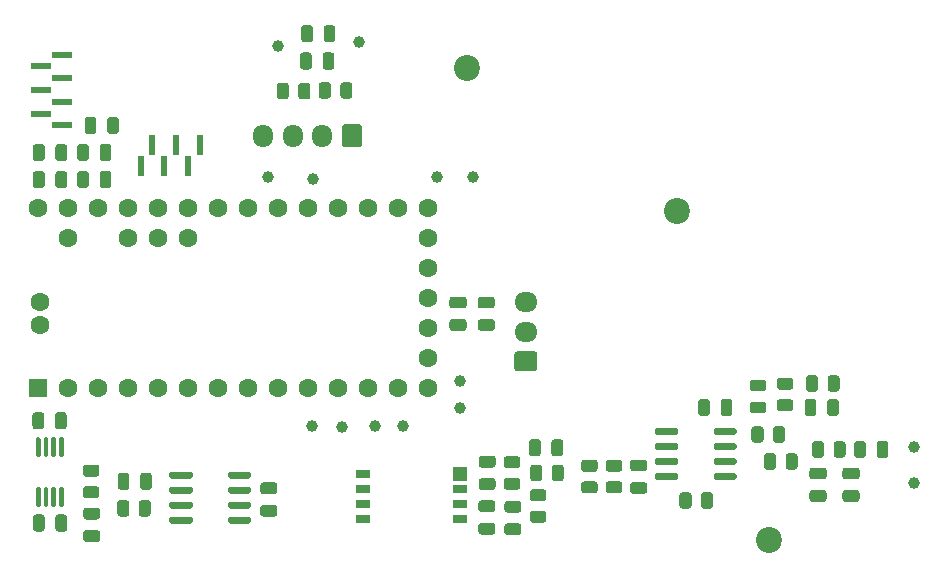
<source format=gbr>
%TF.GenerationSoftware,KiCad,Pcbnew,(5.1.10)-1*%
%TF.CreationDate,2022-10-29T14:49:15-06:00*%
%TF.ProjectId,MainBoard,4d61696e-426f-4617-9264-2e6b69636164,rev?*%
%TF.SameCoordinates,Original*%
%TF.FileFunction,Soldermask,Top*%
%TF.FilePolarity,Negative*%
%FSLAX46Y46*%
G04 Gerber Fmt 4.6, Leading zero omitted, Abs format (unit mm)*
G04 Created by KiCad (PCBNEW (5.1.10)-1) date 2022-10-29 14:49:15*
%MOMM*%
%LPD*%
G01*
G04 APERTURE LIST*
%ADD10C,2.200000*%
%ADD11R,1.750000X0.600000*%
%ADD12O,1.950000X1.700000*%
%ADD13O,1.700000X1.950000*%
%ADD14R,0.600000X1.750000*%
%ADD15C,1.000000*%
%ADD16C,1.600000*%
%ADD17R,1.600000X1.600000*%
%ADD18R,1.200000X1.200000*%
%ADD19R,1.200000X0.800001*%
G04 APERTURE END LIST*
D10*
%TO.C,REF\u002A\u002A*%
X91389200Y-70104000D03*
%TD*%
%TO.C,REF\u002A\u002A*%
X83540600Y-42316400D03*
%TD*%
%TO.C,REF\u002A\u002A*%
X65760600Y-30149800D03*
%TD*%
%TO.C,U6*%
G36*
G01*
X45543600Y-64793000D02*
X45543600Y-64493000D01*
G75*
G02*
X45693600Y-64343000I150000J0D01*
G01*
X47343600Y-64343000D01*
G75*
G02*
X47493600Y-64493000I0J-150000D01*
G01*
X47493600Y-64793000D01*
G75*
G02*
X47343600Y-64943000I-150000J0D01*
G01*
X45693600Y-64943000D01*
G75*
G02*
X45543600Y-64793000I0J150000D01*
G01*
G37*
G36*
G01*
X45543600Y-66063000D02*
X45543600Y-65763000D01*
G75*
G02*
X45693600Y-65613000I150000J0D01*
G01*
X47343600Y-65613000D01*
G75*
G02*
X47493600Y-65763000I0J-150000D01*
G01*
X47493600Y-66063000D01*
G75*
G02*
X47343600Y-66213000I-150000J0D01*
G01*
X45693600Y-66213000D01*
G75*
G02*
X45543600Y-66063000I0J150000D01*
G01*
G37*
G36*
G01*
X45543600Y-67333000D02*
X45543600Y-67033000D01*
G75*
G02*
X45693600Y-66883000I150000J0D01*
G01*
X47343600Y-66883000D01*
G75*
G02*
X47493600Y-67033000I0J-150000D01*
G01*
X47493600Y-67333000D01*
G75*
G02*
X47343600Y-67483000I-150000J0D01*
G01*
X45693600Y-67483000D01*
G75*
G02*
X45543600Y-67333000I0J150000D01*
G01*
G37*
G36*
G01*
X45543600Y-68603000D02*
X45543600Y-68303000D01*
G75*
G02*
X45693600Y-68153000I150000J0D01*
G01*
X47343600Y-68153000D01*
G75*
G02*
X47493600Y-68303000I0J-150000D01*
G01*
X47493600Y-68603000D01*
G75*
G02*
X47343600Y-68753000I-150000J0D01*
G01*
X45693600Y-68753000D01*
G75*
G02*
X45543600Y-68603000I0J150000D01*
G01*
G37*
G36*
G01*
X40593600Y-68603000D02*
X40593600Y-68303000D01*
G75*
G02*
X40743600Y-68153000I150000J0D01*
G01*
X42393600Y-68153000D01*
G75*
G02*
X42543600Y-68303000I0J-150000D01*
G01*
X42543600Y-68603000D01*
G75*
G02*
X42393600Y-68753000I-150000J0D01*
G01*
X40743600Y-68753000D01*
G75*
G02*
X40593600Y-68603000I0J150000D01*
G01*
G37*
G36*
G01*
X40593600Y-67333000D02*
X40593600Y-67033000D01*
G75*
G02*
X40743600Y-66883000I150000J0D01*
G01*
X42393600Y-66883000D01*
G75*
G02*
X42543600Y-67033000I0J-150000D01*
G01*
X42543600Y-67333000D01*
G75*
G02*
X42393600Y-67483000I-150000J0D01*
G01*
X40743600Y-67483000D01*
G75*
G02*
X40593600Y-67333000I0J150000D01*
G01*
G37*
G36*
G01*
X40593600Y-66063000D02*
X40593600Y-65763000D01*
G75*
G02*
X40743600Y-65613000I150000J0D01*
G01*
X42393600Y-65613000D01*
G75*
G02*
X42543600Y-65763000I0J-150000D01*
G01*
X42543600Y-66063000D01*
G75*
G02*
X42393600Y-66213000I-150000J0D01*
G01*
X40743600Y-66213000D01*
G75*
G02*
X40593600Y-66063000I0J150000D01*
G01*
G37*
G36*
G01*
X40593600Y-64793000D02*
X40593600Y-64493000D01*
G75*
G02*
X40743600Y-64343000I150000J0D01*
G01*
X42393600Y-64343000D01*
G75*
G02*
X42543600Y-64493000I0J-150000D01*
G01*
X42543600Y-64793000D01*
G75*
G02*
X42393600Y-64943000I-150000J0D01*
G01*
X40743600Y-64943000D01*
G75*
G02*
X40593600Y-64793000I0J150000D01*
G01*
G37*
%TD*%
%TO.C,C9*%
G36*
G01*
X97823000Y-65916000D02*
X98773000Y-65916000D01*
G75*
G02*
X99023000Y-66166000I0J-250000D01*
G01*
X99023000Y-66666000D01*
G75*
G02*
X98773000Y-66916000I-250000J0D01*
G01*
X97823000Y-66916000D01*
G75*
G02*
X97573000Y-66666000I0J250000D01*
G01*
X97573000Y-66166000D01*
G75*
G02*
X97823000Y-65916000I250000J0D01*
G01*
G37*
G36*
G01*
X97823000Y-64016000D02*
X98773000Y-64016000D01*
G75*
G02*
X99023000Y-64266000I0J-250000D01*
G01*
X99023000Y-64766000D01*
G75*
G02*
X98773000Y-65016000I-250000J0D01*
G01*
X97823000Y-65016000D01*
G75*
G02*
X97573000Y-64766000I0J250000D01*
G01*
X97573000Y-64266000D01*
G75*
G02*
X97823000Y-64016000I250000J0D01*
G01*
G37*
%TD*%
%TO.C,R5*%
G36*
G01*
X84793500Y-66351999D02*
X84793500Y-67252001D01*
G75*
G02*
X84543501Y-67502000I-249999J0D01*
G01*
X84018499Y-67502000D01*
G75*
G02*
X83768500Y-67252001I0J249999D01*
G01*
X83768500Y-66351999D01*
G75*
G02*
X84018499Y-66102000I249999J0D01*
G01*
X84543501Y-66102000D01*
G75*
G02*
X84793500Y-66351999I0J-249999D01*
G01*
G37*
G36*
G01*
X86618500Y-66351999D02*
X86618500Y-67252001D01*
G75*
G02*
X86368501Y-67502000I-249999J0D01*
G01*
X85843499Y-67502000D01*
G75*
G02*
X85593500Y-67252001I0J249999D01*
G01*
X85593500Y-66351999D01*
G75*
G02*
X85843499Y-66102000I249999J0D01*
G01*
X86368501Y-66102000D01*
G75*
G02*
X86618500Y-66351999I0J-249999D01*
G01*
G37*
%TD*%
%TO.C,R7*%
G36*
G01*
X91689500Y-61664001D02*
X91689500Y-60763999D01*
G75*
G02*
X91939499Y-60514000I249999J0D01*
G01*
X92464501Y-60514000D01*
G75*
G02*
X92714500Y-60763999I0J-249999D01*
G01*
X92714500Y-61664001D01*
G75*
G02*
X92464501Y-61914000I-249999J0D01*
G01*
X91939499Y-61914000D01*
G75*
G02*
X91689500Y-61664001I0J249999D01*
G01*
G37*
G36*
G01*
X89864500Y-61664001D02*
X89864500Y-60763999D01*
G75*
G02*
X90114499Y-60514000I249999J0D01*
G01*
X90639501Y-60514000D01*
G75*
G02*
X90889500Y-60763999I0J-249999D01*
G01*
X90889500Y-61664001D01*
G75*
G02*
X90639501Y-61914000I-249999J0D01*
G01*
X90114499Y-61914000D01*
G75*
G02*
X89864500Y-61664001I0J249999D01*
G01*
G37*
%TD*%
%TO.C,C16*%
G36*
G01*
X70147200Y-67835400D02*
X69197200Y-67835400D01*
G75*
G02*
X68947200Y-67585400I0J250000D01*
G01*
X68947200Y-67085400D01*
G75*
G02*
X69197200Y-66835400I250000J0D01*
G01*
X70147200Y-66835400D01*
G75*
G02*
X70397200Y-67085400I0J-250000D01*
G01*
X70397200Y-67585400D01*
G75*
G02*
X70147200Y-67835400I-250000J0D01*
G01*
G37*
G36*
G01*
X70147200Y-69735400D02*
X69197200Y-69735400D01*
G75*
G02*
X68947200Y-69485400I0J250000D01*
G01*
X68947200Y-68985400D01*
G75*
G02*
X69197200Y-68735400I250000J0D01*
G01*
X70147200Y-68735400D01*
G75*
G02*
X70397200Y-68985400I0J-250000D01*
G01*
X70397200Y-69485400D01*
G75*
G02*
X70147200Y-69735400I-250000J0D01*
G01*
G37*
%TD*%
%TO.C,C6*%
G36*
G01*
X33774000Y-39149000D02*
X33774000Y-40099000D01*
G75*
G02*
X33524000Y-40349000I-250000J0D01*
G01*
X33024000Y-40349000D01*
G75*
G02*
X32774000Y-40099000I0J250000D01*
G01*
X32774000Y-39149000D01*
G75*
G02*
X33024000Y-38899000I250000J0D01*
G01*
X33524000Y-38899000D01*
G75*
G02*
X33774000Y-39149000I0J-250000D01*
G01*
G37*
G36*
G01*
X35674000Y-39149000D02*
X35674000Y-40099000D01*
G75*
G02*
X35424000Y-40349000I-250000J0D01*
G01*
X34924000Y-40349000D01*
G75*
G02*
X34674000Y-40099000I0J250000D01*
G01*
X34674000Y-39149000D01*
G75*
G02*
X34924000Y-38899000I250000J0D01*
G01*
X35424000Y-38899000D01*
G75*
G02*
X35674000Y-39149000I0J-250000D01*
G01*
G37*
%TD*%
%TO.C,C11*%
G36*
G01*
X95029000Y-65916000D02*
X95979000Y-65916000D01*
G75*
G02*
X96229000Y-66166000I0J-250000D01*
G01*
X96229000Y-66666000D01*
G75*
G02*
X95979000Y-66916000I-250000J0D01*
G01*
X95029000Y-66916000D01*
G75*
G02*
X94779000Y-66666000I0J250000D01*
G01*
X94779000Y-66166000D01*
G75*
G02*
X95029000Y-65916000I250000J0D01*
G01*
G37*
G36*
G01*
X95029000Y-64016000D02*
X95979000Y-64016000D01*
G75*
G02*
X96229000Y-64266000I0J-250000D01*
G01*
X96229000Y-64766000D01*
G75*
G02*
X95979000Y-65016000I-250000J0D01*
G01*
X95029000Y-65016000D01*
G75*
G02*
X94779000Y-64766000I0J250000D01*
G01*
X94779000Y-64266000D01*
G75*
G02*
X95029000Y-64016000I250000J0D01*
G01*
G37*
%TD*%
%TO.C,C2*%
G36*
G01*
X34414000Y-34577000D02*
X34414000Y-35527000D01*
G75*
G02*
X34164000Y-35777000I-250000J0D01*
G01*
X33664000Y-35777000D01*
G75*
G02*
X33414000Y-35527000I0J250000D01*
G01*
X33414000Y-34577000D01*
G75*
G02*
X33664000Y-34327000I250000J0D01*
G01*
X34164000Y-34327000D01*
G75*
G02*
X34414000Y-34577000I0J-250000D01*
G01*
G37*
G36*
G01*
X36314000Y-34577000D02*
X36314000Y-35527000D01*
G75*
G02*
X36064000Y-35777000I-250000J0D01*
G01*
X35564000Y-35777000D01*
G75*
G02*
X35314000Y-35527000I0J250000D01*
G01*
X35314000Y-34577000D01*
G75*
G02*
X35564000Y-34327000I250000J0D01*
G01*
X36064000Y-34327000D01*
G75*
G02*
X36314000Y-34577000I0J-250000D01*
G01*
G37*
%TD*%
%TO.C,C24*%
G36*
G01*
X48521600Y-67165600D02*
X49471600Y-67165600D01*
G75*
G02*
X49721600Y-67415600I0J-250000D01*
G01*
X49721600Y-67915600D01*
G75*
G02*
X49471600Y-68165600I-250000J0D01*
G01*
X48521600Y-68165600D01*
G75*
G02*
X48271600Y-67915600I0J250000D01*
G01*
X48271600Y-67415600D01*
G75*
G02*
X48521600Y-67165600I250000J0D01*
G01*
G37*
G36*
G01*
X48521600Y-65265600D02*
X49471600Y-65265600D01*
G75*
G02*
X49721600Y-65515600I0J-250000D01*
G01*
X49721600Y-66015600D01*
G75*
G02*
X49471600Y-66265600I-250000J0D01*
G01*
X48521600Y-66265600D01*
G75*
G02*
X48271600Y-66015600I0J250000D01*
G01*
X48271600Y-65515600D01*
G75*
G02*
X48521600Y-65265600I250000J0D01*
G01*
G37*
%TD*%
%TO.C,C17*%
G36*
G01*
X67962800Y-64005000D02*
X67012800Y-64005000D01*
G75*
G02*
X66762800Y-63755000I0J250000D01*
G01*
X66762800Y-63255000D01*
G75*
G02*
X67012800Y-63005000I250000J0D01*
G01*
X67962800Y-63005000D01*
G75*
G02*
X68212800Y-63255000I0J-250000D01*
G01*
X68212800Y-63755000D01*
G75*
G02*
X67962800Y-64005000I-250000J0D01*
G01*
G37*
G36*
G01*
X67962800Y-65905000D02*
X67012800Y-65905000D01*
G75*
G02*
X66762800Y-65655000I0J250000D01*
G01*
X66762800Y-65155000D01*
G75*
G02*
X67012800Y-64905000I250000J0D01*
G01*
X67962800Y-64905000D01*
G75*
G02*
X68212800Y-65155000I0J-250000D01*
G01*
X68212800Y-65655000D01*
G75*
G02*
X67962800Y-65905000I-250000J0D01*
G01*
G37*
%TD*%
%TO.C,C10*%
G36*
G01*
X86352000Y-58453000D02*
X86352000Y-59403000D01*
G75*
G02*
X86102000Y-59653000I-250000J0D01*
G01*
X85602000Y-59653000D01*
G75*
G02*
X85352000Y-59403000I0J250000D01*
G01*
X85352000Y-58453000D01*
G75*
G02*
X85602000Y-58203000I250000J0D01*
G01*
X86102000Y-58203000D01*
G75*
G02*
X86352000Y-58453000I0J-250000D01*
G01*
G37*
G36*
G01*
X88252000Y-58453000D02*
X88252000Y-59403000D01*
G75*
G02*
X88002000Y-59653000I-250000J0D01*
G01*
X87502000Y-59653000D01*
G75*
G02*
X87252000Y-59403000I0J250000D01*
G01*
X87252000Y-58453000D01*
G75*
G02*
X87502000Y-58203000I250000J0D01*
G01*
X88002000Y-58203000D01*
G75*
G02*
X88252000Y-58453000I0J-250000D01*
G01*
G37*
%TD*%
%TO.C,D1*%
G36*
G01*
X89967750Y-58440500D02*
X90880250Y-58440500D01*
G75*
G02*
X91124000Y-58684250I0J-243750D01*
G01*
X91124000Y-59171750D01*
G75*
G02*
X90880250Y-59415500I-243750J0D01*
G01*
X89967750Y-59415500D01*
G75*
G02*
X89724000Y-59171750I0J243750D01*
G01*
X89724000Y-58684250D01*
G75*
G02*
X89967750Y-58440500I243750J0D01*
G01*
G37*
G36*
G01*
X89967750Y-56565500D02*
X90880250Y-56565500D01*
G75*
G02*
X91124000Y-56809250I0J-243750D01*
G01*
X91124000Y-57296750D01*
G75*
G02*
X90880250Y-57540500I-243750J0D01*
G01*
X89967750Y-57540500D01*
G75*
G02*
X89724000Y-57296750I0J243750D01*
G01*
X89724000Y-56809250D01*
G75*
G02*
X89967750Y-56565500I243750J0D01*
G01*
G37*
%TD*%
D11*
%TO.C,J1*%
X29718000Y-30036000D03*
X29718000Y-32036000D03*
X29718000Y-34036000D03*
X31468000Y-29036000D03*
X31468000Y-31036000D03*
X31468000Y-33036000D03*
X31468000Y-35036000D03*
%TD*%
%TO.C,C3*%
G36*
G01*
X30930000Y-37813000D02*
X30930000Y-36863000D01*
G75*
G02*
X31180000Y-36613000I250000J0D01*
G01*
X31680000Y-36613000D01*
G75*
G02*
X31930000Y-36863000I0J-250000D01*
G01*
X31930000Y-37813000D01*
G75*
G02*
X31680000Y-38063000I-250000J0D01*
G01*
X31180000Y-38063000D01*
G75*
G02*
X30930000Y-37813000I0J250000D01*
G01*
G37*
G36*
G01*
X29030000Y-37813000D02*
X29030000Y-36863000D01*
G75*
G02*
X29280000Y-36613000I250000J0D01*
G01*
X29780000Y-36613000D01*
G75*
G02*
X30030000Y-36863000I0J-250000D01*
G01*
X30030000Y-37813000D01*
G75*
G02*
X29780000Y-38063000I-250000J0D01*
G01*
X29280000Y-38063000D01*
G75*
G02*
X29030000Y-37813000I0J250000D01*
G01*
G37*
%TD*%
D12*
%TO.C,J4*%
X70764400Y-50016400D03*
X70764400Y-52516400D03*
G36*
G01*
X71489400Y-55866400D02*
X70039400Y-55866400D01*
G75*
G02*
X69789400Y-55616400I0J250000D01*
G01*
X69789400Y-54416400D01*
G75*
G02*
X70039400Y-54166400I250000J0D01*
G01*
X71489400Y-54166400D01*
G75*
G02*
X71739400Y-54416400I0J-250000D01*
G01*
X71739400Y-55616400D01*
G75*
G02*
X71489400Y-55866400I-250000J0D01*
G01*
G37*
%TD*%
D13*
%TO.C,J5*%
X48543200Y-35915600D03*
X51043200Y-35915600D03*
X53543200Y-35915600D03*
G36*
G01*
X56893200Y-35190600D02*
X56893200Y-36640600D01*
G75*
G02*
X56643200Y-36890600I-250000J0D01*
G01*
X55443200Y-36890600D01*
G75*
G02*
X55193200Y-36640600I0J250000D01*
G01*
X55193200Y-35190600D01*
G75*
G02*
X55443200Y-34940600I250000J0D01*
G01*
X56643200Y-34940600D01*
G75*
G02*
X56893200Y-35190600I0J-250000D01*
G01*
G37*
%TD*%
%TO.C,C14*%
G36*
G01*
X67886600Y-50538000D02*
X66936600Y-50538000D01*
G75*
G02*
X66686600Y-50288000I0J250000D01*
G01*
X66686600Y-49788000D01*
G75*
G02*
X66936600Y-49538000I250000J0D01*
G01*
X67886600Y-49538000D01*
G75*
G02*
X68136600Y-49788000I0J-250000D01*
G01*
X68136600Y-50288000D01*
G75*
G02*
X67886600Y-50538000I-250000J0D01*
G01*
G37*
G36*
G01*
X67886600Y-52438000D02*
X66936600Y-52438000D01*
G75*
G02*
X66686600Y-52188000I0J250000D01*
G01*
X66686600Y-51688000D01*
G75*
G02*
X66936600Y-51438000I250000J0D01*
G01*
X67886600Y-51438000D01*
G75*
G02*
X68136600Y-51688000I0J-250000D01*
G01*
X68136600Y-52188000D01*
G75*
G02*
X67886600Y-52438000I-250000J0D01*
G01*
G37*
%TD*%
%TO.C,C19*%
G36*
G01*
X72031400Y-61856600D02*
X72031400Y-62806600D01*
G75*
G02*
X71781400Y-63056600I-250000J0D01*
G01*
X71281400Y-63056600D01*
G75*
G02*
X71031400Y-62806600I0J250000D01*
G01*
X71031400Y-61856600D01*
G75*
G02*
X71281400Y-61606600I250000J0D01*
G01*
X71781400Y-61606600D01*
G75*
G02*
X72031400Y-61856600I0J-250000D01*
G01*
G37*
G36*
G01*
X73931400Y-61856600D02*
X73931400Y-62806600D01*
G75*
G02*
X73681400Y-63056600I-250000J0D01*
G01*
X73181400Y-63056600D01*
G75*
G02*
X72931400Y-62806600I0J250000D01*
G01*
X72931400Y-61856600D01*
G75*
G02*
X73181400Y-61606600I250000J0D01*
G01*
X73681400Y-61606600D01*
G75*
G02*
X73931400Y-61856600I0J-250000D01*
G01*
G37*
%TD*%
%TO.C,C22*%
G36*
G01*
X30040200Y-68232000D02*
X30040200Y-69182000D01*
G75*
G02*
X29790200Y-69432000I-250000J0D01*
G01*
X29290200Y-69432000D01*
G75*
G02*
X29040200Y-69182000I0J250000D01*
G01*
X29040200Y-68232000D01*
G75*
G02*
X29290200Y-67982000I250000J0D01*
G01*
X29790200Y-67982000D01*
G75*
G02*
X30040200Y-68232000I0J-250000D01*
G01*
G37*
G36*
G01*
X31940200Y-68232000D02*
X31940200Y-69182000D01*
G75*
G02*
X31690200Y-69432000I-250000J0D01*
G01*
X31190200Y-69432000D01*
G75*
G02*
X30940200Y-69182000I0J250000D01*
G01*
X30940200Y-68232000D01*
G75*
G02*
X31190200Y-67982000I250000J0D01*
G01*
X31690200Y-67982000D01*
G75*
G02*
X31940200Y-68232000I0J-250000D01*
G01*
G37*
%TD*%
%TO.C,C8*%
G36*
G01*
X100460000Y-62959000D02*
X100460000Y-62009000D01*
G75*
G02*
X100710000Y-61759000I250000J0D01*
G01*
X101210000Y-61759000D01*
G75*
G02*
X101460000Y-62009000I0J-250000D01*
G01*
X101460000Y-62959000D01*
G75*
G02*
X101210000Y-63209000I-250000J0D01*
G01*
X100710000Y-63209000D01*
G75*
G02*
X100460000Y-62959000I0J250000D01*
G01*
G37*
G36*
G01*
X98560000Y-62959000D02*
X98560000Y-62009000D01*
G75*
G02*
X98810000Y-61759000I250000J0D01*
G01*
X99310000Y-61759000D01*
G75*
G02*
X99560000Y-62009000I0J-250000D01*
G01*
X99560000Y-62959000D01*
G75*
G02*
X99310000Y-63209000I-250000J0D01*
G01*
X98810000Y-63209000D01*
G75*
G02*
X98560000Y-62959000I0J250000D01*
G01*
G37*
%TD*%
%TO.C,C13*%
G36*
G01*
X94374000Y-59403000D02*
X94374000Y-58453000D01*
G75*
G02*
X94624000Y-58203000I250000J0D01*
G01*
X95124000Y-58203000D01*
G75*
G02*
X95374000Y-58453000I0J-250000D01*
G01*
X95374000Y-59403000D01*
G75*
G02*
X95124000Y-59653000I-250000J0D01*
G01*
X94624000Y-59653000D01*
G75*
G02*
X94374000Y-59403000I0J250000D01*
G01*
G37*
G36*
G01*
X96274000Y-59403000D02*
X96274000Y-58453000D01*
G75*
G02*
X96524000Y-58203000I250000J0D01*
G01*
X97024000Y-58203000D01*
G75*
G02*
X97274000Y-58453000I0J-250000D01*
G01*
X97274000Y-59403000D01*
G75*
G02*
X97024000Y-59653000I-250000J0D01*
G01*
X96524000Y-59653000D01*
G75*
G02*
X96274000Y-59403000I0J250000D01*
G01*
G37*
%TD*%
%TO.C,C18*%
G36*
G01*
X52651200Y-29116000D02*
X52651200Y-30066000D01*
G75*
G02*
X52401200Y-30316000I-250000J0D01*
G01*
X51901200Y-30316000D01*
G75*
G02*
X51651200Y-30066000I0J250000D01*
G01*
X51651200Y-29116000D01*
G75*
G02*
X51901200Y-28866000I250000J0D01*
G01*
X52401200Y-28866000D01*
G75*
G02*
X52651200Y-29116000I0J-250000D01*
G01*
G37*
G36*
G01*
X54551200Y-29116000D02*
X54551200Y-30066000D01*
G75*
G02*
X54301200Y-30316000I-250000J0D01*
G01*
X53801200Y-30316000D01*
G75*
G02*
X53551200Y-30066000I0J250000D01*
G01*
X53551200Y-29116000D01*
G75*
G02*
X53801200Y-28866000I250000J0D01*
G01*
X54301200Y-28866000D01*
G75*
G02*
X54551200Y-29116000I0J-250000D01*
G01*
G37*
%TD*%
%TO.C,R1*%
G36*
G01*
X55058900Y-32530201D02*
X55058900Y-31630199D01*
G75*
G02*
X55308899Y-31380200I249999J0D01*
G01*
X55833901Y-31380200D01*
G75*
G02*
X56083900Y-31630199I0J-249999D01*
G01*
X56083900Y-32530201D01*
G75*
G02*
X55833901Y-32780200I-249999J0D01*
G01*
X55308899Y-32780200D01*
G75*
G02*
X55058900Y-32530201I0J249999D01*
G01*
G37*
G36*
G01*
X53233900Y-32530201D02*
X53233900Y-31630199D01*
G75*
G02*
X53483899Y-31380200I249999J0D01*
G01*
X54008901Y-31380200D01*
G75*
G02*
X54258900Y-31630199I0J-249999D01*
G01*
X54258900Y-32530201D01*
G75*
G02*
X54008901Y-32780200I-249999J0D01*
G01*
X53483899Y-32780200D01*
G75*
G02*
X53233900Y-32530201I0J249999D01*
G01*
G37*
%TD*%
%TO.C,C15*%
G36*
G01*
X67937400Y-67784600D02*
X66987400Y-67784600D01*
G75*
G02*
X66737400Y-67534600I0J250000D01*
G01*
X66737400Y-67034600D01*
G75*
G02*
X66987400Y-66784600I250000J0D01*
G01*
X67937400Y-66784600D01*
G75*
G02*
X68187400Y-67034600I0J-250000D01*
G01*
X68187400Y-67534600D01*
G75*
G02*
X67937400Y-67784600I-250000J0D01*
G01*
G37*
G36*
G01*
X67937400Y-69684600D02*
X66987400Y-69684600D01*
G75*
G02*
X66737400Y-69434600I0J250000D01*
G01*
X66737400Y-68934600D01*
G75*
G02*
X66987400Y-68684600I250000J0D01*
G01*
X67937400Y-68684600D01*
G75*
G02*
X68187400Y-68934600I0J-250000D01*
G01*
X68187400Y-69434600D01*
G75*
G02*
X67937400Y-69684600I-250000J0D01*
G01*
G37*
%TD*%
%TO.C,C5*%
G36*
G01*
X65499000Y-50538000D02*
X64549000Y-50538000D01*
G75*
G02*
X64299000Y-50288000I0J250000D01*
G01*
X64299000Y-49788000D01*
G75*
G02*
X64549000Y-49538000I250000J0D01*
G01*
X65499000Y-49538000D01*
G75*
G02*
X65749000Y-49788000I0J-250000D01*
G01*
X65749000Y-50288000D01*
G75*
G02*
X65499000Y-50538000I-250000J0D01*
G01*
G37*
G36*
G01*
X65499000Y-52438000D02*
X64549000Y-52438000D01*
G75*
G02*
X64299000Y-52188000I0J250000D01*
G01*
X64299000Y-51688000D01*
G75*
G02*
X64549000Y-51438000I250000J0D01*
G01*
X65499000Y-51438000D01*
G75*
G02*
X65749000Y-51688000I0J-250000D01*
G01*
X65749000Y-52188000D01*
G75*
G02*
X65499000Y-52438000I-250000J0D01*
G01*
G37*
%TD*%
%TO.C,C21*%
G36*
G01*
X29994400Y-59570600D02*
X29994400Y-60520600D01*
G75*
G02*
X29744400Y-60770600I-250000J0D01*
G01*
X29244400Y-60770600D01*
G75*
G02*
X28994400Y-60520600I0J250000D01*
G01*
X28994400Y-59570600D01*
G75*
G02*
X29244400Y-59320600I250000J0D01*
G01*
X29744400Y-59320600D01*
G75*
G02*
X29994400Y-59570600I0J-250000D01*
G01*
G37*
G36*
G01*
X31894400Y-59570600D02*
X31894400Y-60520600D01*
G75*
G02*
X31644400Y-60770600I-250000J0D01*
G01*
X31144400Y-60770600D01*
G75*
G02*
X30894400Y-60520600I0J250000D01*
G01*
X30894400Y-59570600D01*
G75*
G02*
X31144400Y-59320600I250000J0D01*
G01*
X31644400Y-59320600D01*
G75*
G02*
X31894400Y-59570600I0J-250000D01*
G01*
G37*
%TD*%
%TO.C,C23*%
G36*
G01*
X34485600Y-68409400D02*
X33535600Y-68409400D01*
G75*
G02*
X33285600Y-68159400I0J250000D01*
G01*
X33285600Y-67659400D01*
G75*
G02*
X33535600Y-67409400I250000J0D01*
G01*
X34485600Y-67409400D01*
G75*
G02*
X34735600Y-67659400I0J-250000D01*
G01*
X34735600Y-68159400D01*
G75*
G02*
X34485600Y-68409400I-250000J0D01*
G01*
G37*
G36*
G01*
X34485600Y-70309400D02*
X33535600Y-70309400D01*
G75*
G02*
X33285600Y-70059400I0J250000D01*
G01*
X33285600Y-69559400D01*
G75*
G02*
X33535600Y-69309400I250000J0D01*
G01*
X34485600Y-69309400D01*
G75*
G02*
X34735600Y-69559400I0J-250000D01*
G01*
X34735600Y-70059400D01*
G75*
G02*
X34485600Y-70309400I-250000J0D01*
G01*
G37*
%TD*%
%TO.C,C7*%
G36*
G01*
X33774000Y-36863000D02*
X33774000Y-37813000D01*
G75*
G02*
X33524000Y-38063000I-250000J0D01*
G01*
X33024000Y-38063000D01*
G75*
G02*
X32774000Y-37813000I0J250000D01*
G01*
X32774000Y-36863000D01*
G75*
G02*
X33024000Y-36613000I250000J0D01*
G01*
X33524000Y-36613000D01*
G75*
G02*
X33774000Y-36863000I0J-250000D01*
G01*
G37*
G36*
G01*
X35674000Y-36863000D02*
X35674000Y-37813000D01*
G75*
G02*
X35424000Y-38063000I-250000J0D01*
G01*
X34924000Y-38063000D01*
G75*
G02*
X34674000Y-37813000I0J250000D01*
G01*
X34674000Y-36863000D01*
G75*
G02*
X34924000Y-36613000I250000J0D01*
G01*
X35424000Y-36613000D01*
G75*
G02*
X35674000Y-36863000I0J-250000D01*
G01*
G37*
%TD*%
%TO.C,C25*%
G36*
G01*
X37208000Y-64701400D02*
X37208000Y-65651400D01*
G75*
G02*
X36958000Y-65901400I-250000J0D01*
G01*
X36458000Y-65901400D01*
G75*
G02*
X36208000Y-65651400I0J250000D01*
G01*
X36208000Y-64701400D01*
G75*
G02*
X36458000Y-64451400I250000J0D01*
G01*
X36958000Y-64451400D01*
G75*
G02*
X37208000Y-64701400I0J-250000D01*
G01*
G37*
G36*
G01*
X39108000Y-64701400D02*
X39108000Y-65651400D01*
G75*
G02*
X38858000Y-65901400I-250000J0D01*
G01*
X38358000Y-65901400D01*
G75*
G02*
X38108000Y-65651400I0J250000D01*
G01*
X38108000Y-64701400D01*
G75*
G02*
X38358000Y-64451400I250000J0D01*
G01*
X38858000Y-64451400D01*
G75*
G02*
X39108000Y-64701400I0J-250000D01*
G01*
G37*
%TD*%
%TO.C,C20*%
G36*
G01*
X52747800Y-26804600D02*
X52747800Y-27754600D01*
G75*
G02*
X52497800Y-28004600I-250000J0D01*
G01*
X51997800Y-28004600D01*
G75*
G02*
X51747800Y-27754600I0J250000D01*
G01*
X51747800Y-26804600D01*
G75*
G02*
X51997800Y-26554600I250000J0D01*
G01*
X52497800Y-26554600D01*
G75*
G02*
X52747800Y-26804600I0J-250000D01*
G01*
G37*
G36*
G01*
X54647800Y-26804600D02*
X54647800Y-27754600D01*
G75*
G02*
X54397800Y-28004600I-250000J0D01*
G01*
X53897800Y-28004600D01*
G75*
G02*
X53647800Y-27754600I0J250000D01*
G01*
X53647800Y-26804600D01*
G75*
G02*
X53897800Y-26554600I250000J0D01*
G01*
X54397800Y-26554600D01*
G75*
G02*
X54647800Y-26804600I0J-250000D01*
G01*
G37*
%TD*%
D14*
%TO.C,J3*%
X43140000Y-36717000D03*
X41140000Y-36717000D03*
X39140000Y-36717000D03*
X42140000Y-38467000D03*
X40140000Y-38467000D03*
X38140000Y-38467000D03*
%TD*%
%TO.C,C4*%
G36*
G01*
X30930000Y-40099000D02*
X30930000Y-39149000D01*
G75*
G02*
X31180000Y-38899000I250000J0D01*
G01*
X31680000Y-38899000D01*
G75*
G02*
X31930000Y-39149000I0J-250000D01*
G01*
X31930000Y-40099000D01*
G75*
G02*
X31680000Y-40349000I-250000J0D01*
G01*
X31180000Y-40349000D01*
G75*
G02*
X30930000Y-40099000I0J250000D01*
G01*
G37*
G36*
G01*
X29030000Y-40099000D02*
X29030000Y-39149000D01*
G75*
G02*
X29280000Y-38899000I250000J0D01*
G01*
X29780000Y-38899000D01*
G75*
G02*
X30030000Y-39149000I0J-250000D01*
G01*
X30030000Y-40099000D01*
G75*
G02*
X29780000Y-40349000I-250000J0D01*
G01*
X29280000Y-40349000D01*
G75*
G02*
X29030000Y-40099000I0J250000D01*
G01*
G37*
%TD*%
%TO.C,C12*%
G36*
G01*
X79839800Y-65230200D02*
X80789800Y-65230200D01*
G75*
G02*
X81039800Y-65480200I0J-250000D01*
G01*
X81039800Y-65980200D01*
G75*
G02*
X80789800Y-66230200I-250000J0D01*
G01*
X79839800Y-66230200D01*
G75*
G02*
X79589800Y-65980200I0J250000D01*
G01*
X79589800Y-65480200D01*
G75*
G02*
X79839800Y-65230200I250000J0D01*
G01*
G37*
G36*
G01*
X79839800Y-63330200D02*
X80789800Y-63330200D01*
G75*
G02*
X81039800Y-63580200I0J-250000D01*
G01*
X81039800Y-64080200D01*
G75*
G02*
X80789800Y-64330200I-250000J0D01*
G01*
X79839800Y-64330200D01*
G75*
G02*
X79589800Y-64080200I0J250000D01*
G01*
X79589800Y-63580200D01*
G75*
G02*
X79839800Y-63330200I250000J0D01*
G01*
G37*
%TD*%
%TO.C,R2*%
G36*
G01*
X50706700Y-31680999D02*
X50706700Y-32581001D01*
G75*
G02*
X50456701Y-32831000I-249999J0D01*
G01*
X49931699Y-32831000D01*
G75*
G02*
X49681700Y-32581001I0J249999D01*
G01*
X49681700Y-31680999D01*
G75*
G02*
X49931699Y-31431000I249999J0D01*
G01*
X50456701Y-31431000D01*
G75*
G02*
X50706700Y-31680999I0J-249999D01*
G01*
G37*
G36*
G01*
X52531700Y-31680999D02*
X52531700Y-32581001D01*
G75*
G02*
X52281701Y-32831000I-249999J0D01*
G01*
X51756699Y-32831000D01*
G75*
G02*
X51506700Y-32581001I0J249999D01*
G01*
X51506700Y-31680999D01*
G75*
G02*
X51756699Y-31431000I249999J0D01*
G01*
X52281701Y-31431000D01*
G75*
G02*
X52531700Y-31680999I0J-249999D01*
G01*
G37*
%TD*%
%TO.C,R3*%
G36*
G01*
X96816500Y-62934001D02*
X96816500Y-62033999D01*
G75*
G02*
X97066499Y-61784000I249999J0D01*
G01*
X97591501Y-61784000D01*
G75*
G02*
X97841500Y-62033999I0J-249999D01*
G01*
X97841500Y-62934001D01*
G75*
G02*
X97591501Y-63184000I-249999J0D01*
G01*
X97066499Y-63184000D01*
G75*
G02*
X96816500Y-62934001I0J249999D01*
G01*
G37*
G36*
G01*
X94991500Y-62934001D02*
X94991500Y-62033999D01*
G75*
G02*
X95241499Y-61784000I249999J0D01*
G01*
X95766501Y-61784000D01*
G75*
G02*
X96016500Y-62033999I0J-249999D01*
G01*
X96016500Y-62934001D01*
G75*
G02*
X95766501Y-63184000I-249999J0D01*
G01*
X95241499Y-63184000D01*
G75*
G02*
X94991500Y-62934001I0J249999D01*
G01*
G37*
%TD*%
%TO.C,R4*%
G36*
G01*
X92752500Y-63950001D02*
X92752500Y-63049999D01*
G75*
G02*
X93002499Y-62800000I249999J0D01*
G01*
X93527501Y-62800000D01*
G75*
G02*
X93777500Y-63049999I0J-249999D01*
G01*
X93777500Y-63950001D01*
G75*
G02*
X93527501Y-64200000I-249999J0D01*
G01*
X93002499Y-64200000D01*
G75*
G02*
X92752500Y-63950001I0J249999D01*
G01*
G37*
G36*
G01*
X90927500Y-63950001D02*
X90927500Y-63049999D01*
G75*
G02*
X91177499Y-62800000I249999J0D01*
G01*
X91702501Y-62800000D01*
G75*
G02*
X91952500Y-63049999I0J-249999D01*
G01*
X91952500Y-63950001D01*
G75*
G02*
X91702501Y-64200000I-249999J0D01*
G01*
X91177499Y-64200000D01*
G75*
G02*
X90927500Y-63950001I0J249999D01*
G01*
G37*
%TD*%
%TO.C,R6*%
G36*
G01*
X75699199Y-65171900D02*
X76599201Y-65171900D01*
G75*
G02*
X76849200Y-65421899I0J-249999D01*
G01*
X76849200Y-65946901D01*
G75*
G02*
X76599201Y-66196900I-249999J0D01*
G01*
X75699199Y-66196900D01*
G75*
G02*
X75449200Y-65946901I0J249999D01*
G01*
X75449200Y-65421899D01*
G75*
G02*
X75699199Y-65171900I249999J0D01*
G01*
G37*
G36*
G01*
X75699199Y-63346900D02*
X76599201Y-63346900D01*
G75*
G02*
X76849200Y-63596899I0J-249999D01*
G01*
X76849200Y-64121901D01*
G75*
G02*
X76599201Y-64371900I-249999J0D01*
G01*
X75699199Y-64371900D01*
G75*
G02*
X75449200Y-64121901I0J249999D01*
G01*
X75449200Y-63596899D01*
G75*
G02*
X75699199Y-63346900I249999J0D01*
G01*
G37*
%TD*%
%TO.C,R14*%
G36*
G01*
X34409801Y-64778300D02*
X33509799Y-64778300D01*
G75*
G02*
X33259800Y-64528301I0J249999D01*
G01*
X33259800Y-64003299D01*
G75*
G02*
X33509799Y-63753300I249999J0D01*
G01*
X34409801Y-63753300D01*
G75*
G02*
X34659800Y-64003299I0J-249999D01*
G01*
X34659800Y-64528301D01*
G75*
G02*
X34409801Y-64778300I-249999J0D01*
G01*
G37*
G36*
G01*
X34409801Y-66603300D02*
X33509799Y-66603300D01*
G75*
G02*
X33259800Y-66353301I0J249999D01*
G01*
X33259800Y-65828299D01*
G75*
G02*
X33509799Y-65578300I249999J0D01*
G01*
X34409801Y-65578300D01*
G75*
G02*
X34659800Y-65828299I0J-249999D01*
G01*
X34659800Y-66353301D01*
G75*
G02*
X34409801Y-66603300I-249999J0D01*
G01*
G37*
%TD*%
%TO.C,R15*%
G36*
G01*
X37190100Y-67012399D02*
X37190100Y-67912401D01*
G75*
G02*
X36940101Y-68162400I-249999J0D01*
G01*
X36415099Y-68162400D01*
G75*
G02*
X36165100Y-67912401I0J249999D01*
G01*
X36165100Y-67012399D01*
G75*
G02*
X36415099Y-66762400I249999J0D01*
G01*
X36940101Y-66762400D01*
G75*
G02*
X37190100Y-67012399I0J-249999D01*
G01*
G37*
G36*
G01*
X39015100Y-67012399D02*
X39015100Y-67912401D01*
G75*
G02*
X38765101Y-68162400I-249999J0D01*
G01*
X38240099Y-68162400D01*
G75*
G02*
X37990100Y-67912401I0J249999D01*
G01*
X37990100Y-67012399D01*
G75*
G02*
X38240099Y-66762400I249999J0D01*
G01*
X38765101Y-66762400D01*
G75*
G02*
X39015100Y-67012399I0J-249999D01*
G01*
G37*
%TD*%
%TO.C,R12*%
G36*
G01*
X70046001Y-64065200D02*
X69145999Y-64065200D01*
G75*
G02*
X68896000Y-63815201I0J249999D01*
G01*
X68896000Y-63290199D01*
G75*
G02*
X69145999Y-63040200I249999J0D01*
G01*
X70046001Y-63040200D01*
G75*
G02*
X70296000Y-63290199I0J-249999D01*
G01*
X70296000Y-63815201D01*
G75*
G02*
X70046001Y-64065200I-249999J0D01*
G01*
G37*
G36*
G01*
X70046001Y-65890200D02*
X69145999Y-65890200D01*
G75*
G02*
X68896000Y-65640201I0J249999D01*
G01*
X68896000Y-65115199D01*
G75*
G02*
X69145999Y-64865200I249999J0D01*
G01*
X70046001Y-64865200D01*
G75*
G02*
X70296000Y-65115199I0J-249999D01*
G01*
X70296000Y-65640201D01*
G75*
G02*
X70046001Y-65890200I-249999J0D01*
G01*
G37*
%TD*%
D15*
%TO.C,TP1*%
X55219600Y-60553600D03*
%TD*%
%TO.C,R10*%
G36*
G01*
X96308500Y-57346001D02*
X96308500Y-56445999D01*
G75*
G02*
X96558499Y-56196000I249999J0D01*
G01*
X97083501Y-56196000D01*
G75*
G02*
X97333500Y-56445999I0J-249999D01*
G01*
X97333500Y-57346001D01*
G75*
G02*
X97083501Y-57596000I-249999J0D01*
G01*
X96558499Y-57596000D01*
G75*
G02*
X96308500Y-57346001I0J249999D01*
G01*
G37*
G36*
G01*
X94483500Y-57346001D02*
X94483500Y-56445999D01*
G75*
G02*
X94733499Y-56196000I249999J0D01*
G01*
X95258501Y-56196000D01*
G75*
G02*
X95508500Y-56445999I0J-249999D01*
G01*
X95508500Y-57346001D01*
G75*
G02*
X95258501Y-57596000I-249999J0D01*
G01*
X94733499Y-57596000D01*
G75*
G02*
X94483500Y-57346001I0J249999D01*
G01*
G37*
%TD*%
%TO.C,R11*%
G36*
G01*
X72255801Y-66857300D02*
X71355799Y-66857300D01*
G75*
G02*
X71105800Y-66607301I0J249999D01*
G01*
X71105800Y-66082299D01*
G75*
G02*
X71355799Y-65832300I249999J0D01*
G01*
X72255801Y-65832300D01*
G75*
G02*
X72505800Y-66082299I0J-249999D01*
G01*
X72505800Y-66607301D01*
G75*
G02*
X72255801Y-66857300I-249999J0D01*
G01*
G37*
G36*
G01*
X72255801Y-68682300D02*
X71355799Y-68682300D01*
G75*
G02*
X71105800Y-68432301I0J249999D01*
G01*
X71105800Y-67907299D01*
G75*
G02*
X71355799Y-67657300I249999J0D01*
G01*
X72255801Y-67657300D01*
G75*
G02*
X72505800Y-67907299I0J-249999D01*
G01*
X72505800Y-68432301D01*
G75*
G02*
X72255801Y-68682300I-249999J0D01*
G01*
G37*
%TD*%
%TO.C,TP3*%
X65176400Y-58928000D03*
%TD*%
%TO.C,TP8*%
X66294000Y-39370000D03*
%TD*%
%TO.C,TP4*%
X63246000Y-39370000D03*
%TD*%
%TO.C,TP14*%
X49809400Y-28295600D03*
%TD*%
%TO.C,TP13*%
X56616600Y-27965400D03*
%TD*%
%TO.C,TP15*%
X52781200Y-39547800D03*
%TD*%
%TO.C,TP2*%
X60401200Y-60477400D03*
%TD*%
%TO.C,TP7*%
X65176400Y-56692800D03*
%TD*%
%TO.C,R8*%
G36*
G01*
X77781999Y-65171900D02*
X78682001Y-65171900D01*
G75*
G02*
X78932000Y-65421899I0J-249999D01*
G01*
X78932000Y-65946901D01*
G75*
G02*
X78682001Y-66196900I-249999J0D01*
G01*
X77781999Y-66196900D01*
G75*
G02*
X77532000Y-65946901I0J249999D01*
G01*
X77532000Y-65421899D01*
G75*
G02*
X77781999Y-65171900I249999J0D01*
G01*
G37*
G36*
G01*
X77781999Y-63346900D02*
X78682001Y-63346900D01*
G75*
G02*
X78932000Y-63596899I0J-249999D01*
G01*
X78932000Y-64121901D01*
G75*
G02*
X78682001Y-64371900I-249999J0D01*
G01*
X77781999Y-64371900D01*
G75*
G02*
X77532000Y-64121901I0J249999D01*
G01*
X77532000Y-63596899D01*
G75*
G02*
X77781999Y-63346900I249999J0D01*
G01*
G37*
%TD*%
%TO.C,TP16*%
X48920400Y-39420800D03*
%TD*%
%TO.C,R13*%
G36*
G01*
X72165900Y-64015199D02*
X72165900Y-64915201D01*
G75*
G02*
X71915901Y-65165200I-249999J0D01*
G01*
X71390899Y-65165200D01*
G75*
G02*
X71140900Y-64915201I0J249999D01*
G01*
X71140900Y-64015199D01*
G75*
G02*
X71390899Y-63765200I249999J0D01*
G01*
X71915901Y-63765200D01*
G75*
G02*
X72165900Y-64015199I0J-249999D01*
G01*
G37*
G36*
G01*
X73990900Y-64015199D02*
X73990900Y-64915201D01*
G75*
G02*
X73740901Y-65165200I-249999J0D01*
G01*
X73215899Y-65165200D01*
G75*
G02*
X72965900Y-64915201I0J249999D01*
G01*
X72965900Y-64015199D01*
G75*
G02*
X73215899Y-63765200I249999J0D01*
G01*
X73740901Y-63765200D01*
G75*
G02*
X73990900Y-64015199I0J-249999D01*
G01*
G37*
%TD*%
D16*
%TO.C,U1*%
X29641800Y-51943000D03*
X29641800Y-49961800D03*
D17*
X29464000Y-57277000D03*
D16*
X32004000Y-57277000D03*
X34544000Y-57277000D03*
X37084000Y-57277000D03*
X39624000Y-57277000D03*
X42164000Y-57277000D03*
X44704000Y-57277000D03*
X47244000Y-57277000D03*
X49784000Y-57277000D03*
X52324000Y-57277000D03*
X54864000Y-57277000D03*
X57404000Y-57277000D03*
X59944000Y-57277000D03*
X42164000Y-44577000D03*
X39624000Y-44577000D03*
X37084000Y-44577000D03*
X32004000Y-44577000D03*
X29464000Y-42037000D03*
X32004000Y-42037000D03*
X34544000Y-42037000D03*
X37084000Y-42037000D03*
X39624000Y-42037000D03*
X42164000Y-42037000D03*
X44704000Y-42037000D03*
X47244000Y-42037000D03*
X49784000Y-42037000D03*
X52324000Y-42037000D03*
X54864000Y-42037000D03*
X57404000Y-42037000D03*
X59944000Y-42037000D03*
X62484000Y-57277000D03*
X62484000Y-54737000D03*
X62484000Y-52197000D03*
X62484000Y-42037000D03*
X62484000Y-44577000D03*
X62484000Y-47117000D03*
X62484000Y-49657000D03*
%TD*%
%TO.C,R9*%
G36*
G01*
X93160001Y-57408500D02*
X92259999Y-57408500D01*
G75*
G02*
X92010000Y-57158501I0J249999D01*
G01*
X92010000Y-56633499D01*
G75*
G02*
X92259999Y-56383500I249999J0D01*
G01*
X93160001Y-56383500D01*
G75*
G02*
X93410000Y-56633499I0J-249999D01*
G01*
X93410000Y-57158501D01*
G75*
G02*
X93160001Y-57408500I-249999J0D01*
G01*
G37*
G36*
G01*
X93160001Y-59233500D02*
X92259999Y-59233500D01*
G75*
G02*
X92010000Y-58983501I0J249999D01*
G01*
X92010000Y-58458499D01*
G75*
G02*
X92259999Y-58208500I249999J0D01*
G01*
X93160001Y-58208500D01*
G75*
G02*
X93410000Y-58458499I0J-249999D01*
G01*
X93410000Y-58983501D01*
G75*
G02*
X93160001Y-59233500I-249999J0D01*
G01*
G37*
%TD*%
D15*
%TO.C,TP6*%
X57988200Y-60477400D03*
%TD*%
%TO.C,TP5*%
X52679600Y-60502800D03*
%TD*%
%TO.C,U5*%
G36*
G01*
X31334800Y-65684700D02*
X31534800Y-65684700D01*
G75*
G02*
X31634800Y-65784700I0J-100000D01*
G01*
X31634800Y-67209700D01*
G75*
G02*
X31534800Y-67309700I-100000J0D01*
G01*
X31334800Y-67309700D01*
G75*
G02*
X31234800Y-67209700I0J100000D01*
G01*
X31234800Y-65784700D01*
G75*
G02*
X31334800Y-65684700I100000J0D01*
G01*
G37*
G36*
G01*
X30684800Y-65684700D02*
X30884800Y-65684700D01*
G75*
G02*
X30984800Y-65784700I0J-100000D01*
G01*
X30984800Y-67209700D01*
G75*
G02*
X30884800Y-67309700I-100000J0D01*
G01*
X30684800Y-67309700D01*
G75*
G02*
X30584800Y-67209700I0J100000D01*
G01*
X30584800Y-65784700D01*
G75*
G02*
X30684800Y-65684700I100000J0D01*
G01*
G37*
G36*
G01*
X30034800Y-65684700D02*
X30234800Y-65684700D01*
G75*
G02*
X30334800Y-65784700I0J-100000D01*
G01*
X30334800Y-67209700D01*
G75*
G02*
X30234800Y-67309700I-100000J0D01*
G01*
X30034800Y-67309700D01*
G75*
G02*
X29934800Y-67209700I0J100000D01*
G01*
X29934800Y-65784700D01*
G75*
G02*
X30034800Y-65684700I100000J0D01*
G01*
G37*
G36*
G01*
X29384800Y-65684700D02*
X29584800Y-65684700D01*
G75*
G02*
X29684800Y-65784700I0J-100000D01*
G01*
X29684800Y-67209700D01*
G75*
G02*
X29584800Y-67309700I-100000J0D01*
G01*
X29384800Y-67309700D01*
G75*
G02*
X29284800Y-67209700I0J100000D01*
G01*
X29284800Y-65784700D01*
G75*
G02*
X29384800Y-65684700I100000J0D01*
G01*
G37*
G36*
G01*
X29384800Y-61459700D02*
X29584800Y-61459700D01*
G75*
G02*
X29684800Y-61559700I0J-100000D01*
G01*
X29684800Y-62984700D01*
G75*
G02*
X29584800Y-63084700I-100000J0D01*
G01*
X29384800Y-63084700D01*
G75*
G02*
X29284800Y-62984700I0J100000D01*
G01*
X29284800Y-61559700D01*
G75*
G02*
X29384800Y-61459700I100000J0D01*
G01*
G37*
G36*
G01*
X30034800Y-61459700D02*
X30234800Y-61459700D01*
G75*
G02*
X30334800Y-61559700I0J-100000D01*
G01*
X30334800Y-62984700D01*
G75*
G02*
X30234800Y-63084700I-100000J0D01*
G01*
X30034800Y-63084700D01*
G75*
G02*
X29934800Y-62984700I0J100000D01*
G01*
X29934800Y-61559700D01*
G75*
G02*
X30034800Y-61459700I100000J0D01*
G01*
G37*
G36*
G01*
X30684800Y-61459700D02*
X30884800Y-61459700D01*
G75*
G02*
X30984800Y-61559700I0J-100000D01*
G01*
X30984800Y-62984700D01*
G75*
G02*
X30884800Y-63084700I-100000J0D01*
G01*
X30684800Y-63084700D01*
G75*
G02*
X30584800Y-62984700I0J100000D01*
G01*
X30584800Y-61559700D01*
G75*
G02*
X30684800Y-61459700I100000J0D01*
G01*
G37*
G36*
G01*
X31334800Y-61459700D02*
X31534800Y-61459700D01*
G75*
G02*
X31634800Y-61559700I0J-100000D01*
G01*
X31634800Y-62984700D01*
G75*
G02*
X31534800Y-63084700I-100000J0D01*
G01*
X31334800Y-63084700D01*
G75*
G02*
X31234800Y-62984700I0J100000D01*
G01*
X31234800Y-61559700D01*
G75*
G02*
X31334800Y-61459700I100000J0D01*
G01*
G37*
%TD*%
%TO.C,U2*%
G36*
G01*
X86655000Y-61110000D02*
X86655000Y-60810000D01*
G75*
G02*
X86805000Y-60660000I150000J0D01*
G01*
X88455000Y-60660000D01*
G75*
G02*
X88605000Y-60810000I0J-150000D01*
G01*
X88605000Y-61110000D01*
G75*
G02*
X88455000Y-61260000I-150000J0D01*
G01*
X86805000Y-61260000D01*
G75*
G02*
X86655000Y-61110000I0J150000D01*
G01*
G37*
G36*
G01*
X86655000Y-62380000D02*
X86655000Y-62080000D01*
G75*
G02*
X86805000Y-61930000I150000J0D01*
G01*
X88455000Y-61930000D01*
G75*
G02*
X88605000Y-62080000I0J-150000D01*
G01*
X88605000Y-62380000D01*
G75*
G02*
X88455000Y-62530000I-150000J0D01*
G01*
X86805000Y-62530000D01*
G75*
G02*
X86655000Y-62380000I0J150000D01*
G01*
G37*
G36*
G01*
X86655000Y-63650000D02*
X86655000Y-63350000D01*
G75*
G02*
X86805000Y-63200000I150000J0D01*
G01*
X88455000Y-63200000D01*
G75*
G02*
X88605000Y-63350000I0J-150000D01*
G01*
X88605000Y-63650000D01*
G75*
G02*
X88455000Y-63800000I-150000J0D01*
G01*
X86805000Y-63800000D01*
G75*
G02*
X86655000Y-63650000I0J150000D01*
G01*
G37*
G36*
G01*
X86655000Y-64920000D02*
X86655000Y-64620000D01*
G75*
G02*
X86805000Y-64470000I150000J0D01*
G01*
X88455000Y-64470000D01*
G75*
G02*
X88605000Y-64620000I0J-150000D01*
G01*
X88605000Y-64920000D01*
G75*
G02*
X88455000Y-65070000I-150000J0D01*
G01*
X86805000Y-65070000D01*
G75*
G02*
X86655000Y-64920000I0J150000D01*
G01*
G37*
G36*
G01*
X81705000Y-64920000D02*
X81705000Y-64620000D01*
G75*
G02*
X81855000Y-64470000I150000J0D01*
G01*
X83505000Y-64470000D01*
G75*
G02*
X83655000Y-64620000I0J-150000D01*
G01*
X83655000Y-64920000D01*
G75*
G02*
X83505000Y-65070000I-150000J0D01*
G01*
X81855000Y-65070000D01*
G75*
G02*
X81705000Y-64920000I0J150000D01*
G01*
G37*
G36*
G01*
X81705000Y-63650000D02*
X81705000Y-63350000D01*
G75*
G02*
X81855000Y-63200000I150000J0D01*
G01*
X83505000Y-63200000D01*
G75*
G02*
X83655000Y-63350000I0J-150000D01*
G01*
X83655000Y-63650000D01*
G75*
G02*
X83505000Y-63800000I-150000J0D01*
G01*
X81855000Y-63800000D01*
G75*
G02*
X81705000Y-63650000I0J150000D01*
G01*
G37*
G36*
G01*
X81705000Y-62380000D02*
X81705000Y-62080000D01*
G75*
G02*
X81855000Y-61930000I150000J0D01*
G01*
X83505000Y-61930000D01*
G75*
G02*
X83655000Y-62080000I0J-150000D01*
G01*
X83655000Y-62380000D01*
G75*
G02*
X83505000Y-62530000I-150000J0D01*
G01*
X81855000Y-62530000D01*
G75*
G02*
X81705000Y-62380000I0J150000D01*
G01*
G37*
G36*
G01*
X81705000Y-61110000D02*
X81705000Y-60810000D01*
G75*
G02*
X81855000Y-60660000I150000J0D01*
G01*
X83505000Y-60660000D01*
G75*
G02*
X83655000Y-60810000I0J-150000D01*
G01*
X83655000Y-61110000D01*
G75*
G02*
X83505000Y-61260000I-150000J0D01*
G01*
X81855000Y-61260000D01*
G75*
G02*
X81705000Y-61110000I0J150000D01*
G01*
G37*
%TD*%
%TO.C,TP18*%
X103632000Y-65280000D03*
%TD*%
%TO.C,TP17*%
X103632000Y-62230000D03*
%TD*%
D18*
%TO.C,U3*%
X65212399Y-64516000D03*
D19*
X65212399Y-65786000D03*
X65212399Y-67056000D03*
X65212399Y-68381499D03*
X57012401Y-68381499D03*
X57012401Y-67056000D03*
X57012401Y-65786000D03*
X57012401Y-64516000D03*
%TD*%
M02*

</source>
